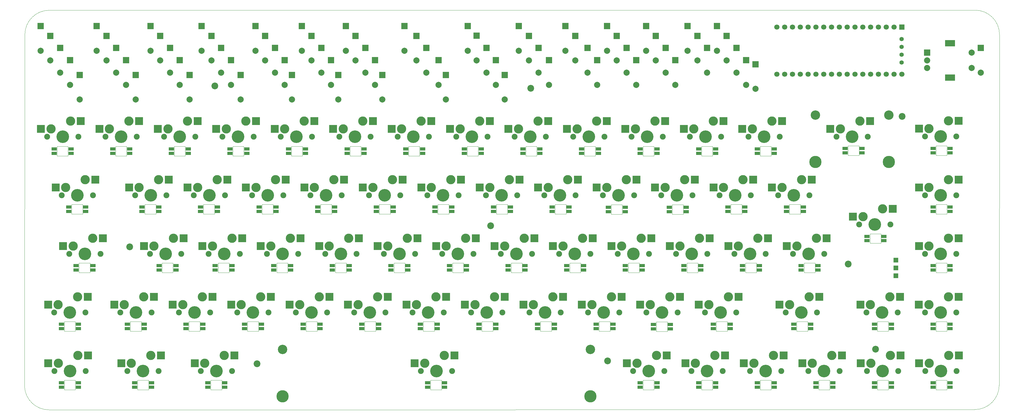
<source format=gbs>
G04 #@! TF.GenerationSoftware,KiCad,Pcbnew,(6.0.1)*
G04 #@! TF.CreationDate,2022-01-16T22:01:57-06:00*
G04 #@! TF.ProjectId,stain,73746169-6e2e-46b6-9963-61645f706362,rev?*
G04 #@! TF.SameCoordinates,Original*
G04 #@! TF.FileFunction,Soldermask,Bot*
G04 #@! TF.FilePolarity,Negative*
%FSLAX46Y46*%
G04 Gerber Fmt 4.6, Leading zero omitted, Abs format (unit mm)*
G04 Created by KiCad (PCBNEW (6.0.1)) date 2022-01-16 22:01:57*
%MOMM*%
%LPD*%
G01*
G04 APERTURE LIST*
G04 #@! TA.AperFunction,Profile*
%ADD10C,0.100000*%
G04 #@! TD*
G04 #@! TA.AperFunction,Profile*
%ADD11C,0.120000*%
G04 #@! TD*
%ADD12R,2.000000X2.000000*%
%ADD13C,2.000000*%
%ADD14C,3.000000*%
%ADD15C,1.900000*%
%ADD16C,4.100000*%
%ADD17R,2.550000X2.500000*%
%ADD18C,2.200000*%
%ADD19C,3.987800*%
%ADD20C,3.048000*%
%ADD21R,3.200000X2.000000*%
%ADD22C,1.700000*%
%ADD23R,1.700000X1.700000*%
%ADD24C,1.397000*%
%ADD25R,1.700000X1.000000*%
%ADD26R,1.524000X1.524000*%
G04 APERTURE END LIST*
D10*
X24268170Y-15502478D02*
G75*
G03*
X16330670Y-23439978I0J-7937500D01*
G01*
X24163478Y-145433295D02*
X325153478Y-145338000D01*
X333195670Y-23411750D02*
G75*
G03*
X325282830Y-15474250I-7912840J24622D01*
G01*
X16225978Y-137852045D02*
G75*
G03*
X24163478Y-145433295I7937501J364621D01*
G01*
X333090978Y-137400500D02*
X333195670Y-23411750D01*
X325153478Y-145338000D02*
G75*
G03*
X333090978Y-137400500I0J7937500D01*
G01*
X16330670Y-23439978D02*
X16225978Y-137852045D01*
X24268170Y-15502478D02*
X325282830Y-15474250D01*
D11*
G04 #@! TO.C,LED8*
X316125000Y-62700000D02*
X312525000Y-62700000D01*
X316125000Y-59600000D02*
X316125000Y-62700000D01*
X312525000Y-59600000D02*
X316125000Y-59600000D01*
X312525000Y-62700000D02*
X312525000Y-59600000D01*
G04 #@! TO.C,LED23*
X154200000Y-81750000D02*
X150600000Y-81750000D01*
X150600000Y-78650000D02*
X154200000Y-78650000D01*
X154200000Y-78650000D02*
X154200000Y-81750000D01*
X150600000Y-81750000D02*
X150600000Y-78650000D01*
G04 #@! TO.C,LED17*
X35137500Y-81750000D02*
X31537500Y-81750000D01*
X31537500Y-81750000D02*
X31537500Y-78650000D01*
X31537500Y-78650000D02*
X35137500Y-78650000D01*
X35137500Y-78650000D02*
X35137500Y-81750000D01*
G04 #@! TO.C,LED33*
X254212500Y-97700000D02*
X254212500Y-100800000D01*
X250612500Y-100800000D02*
X250612500Y-97700000D01*
X250612500Y-97700000D02*
X254212500Y-97700000D01*
X254212500Y-100800000D02*
X250612500Y-100800000D01*
G04 #@! TO.C,LED45*
X32756250Y-116750000D02*
X32756250Y-119850000D01*
X32756250Y-119850000D02*
X29156250Y-119850000D01*
X29156250Y-116750000D02*
X32756250Y-116750000D01*
X29156250Y-119850000D02*
X29156250Y-116750000D01*
G04 #@! TO.C,LED42*
X82762500Y-100800000D02*
X79162500Y-100800000D01*
X79162500Y-97700000D02*
X82762500Y-97700000D01*
X82762500Y-97700000D02*
X82762500Y-100800000D01*
X79162500Y-100800000D02*
X79162500Y-97700000D01*
G04 #@! TO.C,LED15*
X141075000Y-59771250D02*
X144675000Y-59771250D01*
X141075000Y-62871250D02*
X141075000Y-59771250D01*
X144675000Y-59771250D02*
X144675000Y-62871250D01*
X144675000Y-62871250D02*
X141075000Y-62871250D01*
G04 #@! TO.C,LED30*
X291093750Y-88175000D02*
X294693750Y-88175000D01*
X294693750Y-88175000D02*
X294693750Y-91275000D01*
X294693750Y-91275000D02*
X291093750Y-91275000D01*
X291093750Y-91275000D02*
X291093750Y-88175000D01*
G04 #@! TO.C,LED12*
X83925000Y-62871250D02*
X83925000Y-59771250D01*
X87525000Y-62871250D02*
X83925000Y-62871250D01*
X87525000Y-59771250D02*
X87525000Y-62871250D01*
X83925000Y-59771250D02*
X87525000Y-59771250D01*
G04 #@! TO.C,LED55*
X221612500Y-116843750D02*
X225212500Y-116843750D01*
X225212500Y-119943750D02*
X221612500Y-119943750D01*
X221612500Y-119943750D02*
X221612500Y-116843750D01*
X225212500Y-116843750D02*
X225212500Y-119943750D01*
G04 #@! TO.C,LED37*
X178012500Y-97700000D02*
X178012500Y-100800000D01*
X178012500Y-100800000D02*
X174412500Y-100800000D01*
X174412500Y-100800000D02*
X174412500Y-97700000D01*
X174412500Y-97700000D02*
X178012500Y-97700000D01*
G04 #@! TO.C,LED44*
X33918750Y-100800000D02*
X33918750Y-97700000D01*
X33918750Y-97700000D02*
X37518750Y-97700000D01*
X37518750Y-97700000D02*
X37518750Y-100800000D01*
X37518750Y-100800000D02*
X33918750Y-100800000D01*
G04 #@! TO.C,LED36*
X193462500Y-97700000D02*
X197062500Y-97700000D01*
X197062500Y-100800000D02*
X193462500Y-100800000D01*
X197062500Y-97700000D02*
X197062500Y-100800000D01*
X193462500Y-100800000D02*
X193462500Y-97700000D01*
G04 #@! TO.C,LED50*
X126787500Y-116750000D02*
X130387500Y-116750000D01*
X130387500Y-116750000D02*
X130387500Y-119850000D01*
X130387500Y-119850000D02*
X126787500Y-119850000D01*
X126787500Y-119850000D02*
X126787500Y-116750000D01*
G04 #@! TO.C,LED53*
X187537500Y-116750000D02*
X187537500Y-119850000D01*
X183937500Y-116750000D02*
X187537500Y-116750000D01*
X187537500Y-119850000D02*
X183937500Y-119850000D01*
X183937500Y-119850000D02*
X183937500Y-116750000D01*
G04 #@! TO.C,LED49*
X111337500Y-116750000D02*
X111337500Y-119850000D01*
X107737500Y-119850000D02*
X107737500Y-116750000D01*
X107737500Y-116750000D02*
X111337500Y-116750000D01*
X111337500Y-119850000D02*
X107737500Y-119850000D01*
G04 #@! TO.C,LED32*
X273262500Y-100800000D02*
X269662500Y-100800000D01*
X273262500Y-97700000D02*
X273262500Y-100800000D01*
X269662500Y-100800000D02*
X269662500Y-97700000D01*
X269662500Y-97700000D02*
X273262500Y-97700000D01*
G04 #@! TO.C,LED11*
X64875000Y-59771250D02*
X68475000Y-59771250D01*
X68475000Y-62871250D02*
X64875000Y-62871250D01*
X64875000Y-62871250D02*
X64875000Y-59771250D01*
X68475000Y-59771250D02*
X68475000Y-62871250D01*
G04 #@! TO.C,LED40*
X120862500Y-100800000D02*
X117262500Y-100800000D01*
X117262500Y-100800000D02*
X117262500Y-97700000D01*
X117262500Y-97700000D02*
X120862500Y-97700000D01*
X120862500Y-97700000D02*
X120862500Y-100800000D01*
G04 #@! TO.C,LED31*
X312525000Y-97700000D02*
X316125000Y-97700000D01*
X312525000Y-100800000D02*
X312525000Y-97700000D01*
X316125000Y-97700000D02*
X316125000Y-100800000D01*
X316125000Y-100800000D02*
X312525000Y-100800000D01*
G04 #@! TO.C,LED34*
X231562500Y-97700000D02*
X235162500Y-97700000D01*
X235162500Y-100800000D02*
X231562500Y-100800000D01*
X235162500Y-97700000D02*
X235162500Y-100800000D01*
X231562500Y-100800000D02*
X231562500Y-97700000D01*
G04 #@! TO.C,LED13*
X102975000Y-62871250D02*
X102975000Y-59771250D01*
X106575000Y-62871250D02*
X102975000Y-62871250D01*
X106575000Y-59771250D02*
X106575000Y-62871250D01*
X102975000Y-59771250D02*
X106575000Y-59771250D01*
G04 #@! TO.C,LED58*
X297075000Y-119850000D02*
X293475000Y-119850000D01*
X293475000Y-116750000D02*
X297075000Y-116750000D01*
X293475000Y-119850000D02*
X293475000Y-116750000D01*
X297075000Y-116750000D02*
X297075000Y-119850000D01*
G04 #@! TO.C,LED29*
X264900000Y-81750000D02*
X264900000Y-78650000D01*
X268500000Y-78650000D02*
X268500000Y-81750000D01*
X264900000Y-78650000D02*
X268500000Y-78650000D01*
X268500000Y-81750000D02*
X264900000Y-81750000D01*
G04 #@! TO.C,LED65*
X239925000Y-135800000D02*
X239925000Y-138900000D01*
X236325000Y-135800000D02*
X239925000Y-135800000D01*
X239925000Y-138900000D02*
X236325000Y-138900000D01*
X236325000Y-138900000D02*
X236325000Y-135800000D01*
G04 #@! TO.C,LED48*
X92287500Y-119850000D02*
X88687500Y-119850000D01*
X88687500Y-116750000D02*
X92287500Y-116750000D01*
X92287500Y-116750000D02*
X92287500Y-119850000D01*
X88687500Y-119850000D02*
X88687500Y-116750000D01*
G04 #@! TO.C,LED16*
X312525000Y-81750000D02*
X312525000Y-78650000D01*
X316125000Y-78650000D02*
X316125000Y-81750000D01*
X312525000Y-78650000D02*
X316125000Y-78650000D01*
X316125000Y-81750000D02*
X312525000Y-81750000D01*
G04 #@! TO.C,LED19*
X78000000Y-81750000D02*
X74400000Y-81750000D01*
X74400000Y-78650000D02*
X78000000Y-78650000D01*
X78000000Y-78650000D02*
X78000000Y-81750000D01*
X74400000Y-81750000D02*
X74400000Y-78650000D01*
G04 #@! TO.C,LED2*
X182775000Y-59771250D02*
X182775000Y-62871250D01*
X182775000Y-62871250D02*
X179175000Y-62871250D01*
X179175000Y-62871250D02*
X179175000Y-59771250D01*
X179175000Y-59771250D02*
X182775000Y-59771250D01*
G04 #@! TO.C,LED5*
X239925000Y-59771250D02*
X239925000Y-62871250D01*
X236325000Y-59771250D02*
X239925000Y-59771250D01*
X236325000Y-62871250D02*
X236325000Y-59771250D01*
X239925000Y-62871250D02*
X236325000Y-62871250D01*
G04 #@! TO.C,LED43*
X64506250Y-100800000D02*
X60906250Y-100800000D01*
X64506250Y-97700000D02*
X64506250Y-100800000D01*
X60906250Y-100800000D02*
X60906250Y-97700000D01*
X60906250Y-97700000D02*
X64506250Y-97700000D01*
G04 #@! TO.C,LED6*
X258975000Y-59771250D02*
X258975000Y-62871250D01*
X255375000Y-59771250D02*
X258975000Y-59771250D01*
X258975000Y-62871250D02*
X255375000Y-62871250D01*
X255375000Y-62871250D02*
X255375000Y-59771250D01*
G04 #@! TO.C,LED14*
X125625000Y-59771250D02*
X125625000Y-62871250D01*
X122025000Y-59771250D02*
X125625000Y-59771250D01*
X125625000Y-62871250D02*
X122025000Y-62871250D01*
X122025000Y-62871250D02*
X122025000Y-59771250D01*
G04 #@! TO.C,LED66*
X258975000Y-135800000D02*
X258975000Y-138900000D01*
X258975000Y-138900000D02*
X255375000Y-138900000D01*
X255375000Y-135800000D02*
X258975000Y-135800000D01*
X255375000Y-138900000D02*
X255375000Y-135800000D01*
G04 #@! TO.C,LED28*
X249450000Y-78650000D02*
X249450000Y-81750000D01*
X245850000Y-78650000D02*
X249450000Y-78650000D01*
X245850000Y-81750000D02*
X245850000Y-78650000D01*
X249450000Y-81750000D02*
X245850000Y-81750000D01*
G04 #@! TO.C,LED4*
X217275000Y-59771250D02*
X220875000Y-59771250D01*
X220875000Y-59771250D02*
X220875000Y-62871250D01*
X217275000Y-62871250D02*
X217275000Y-59771250D01*
X220875000Y-62871250D02*
X217275000Y-62871250D01*
G04 #@! TO.C,LED10*
X45825000Y-59771250D02*
X49425000Y-59771250D01*
X49425000Y-62871250D02*
X45825000Y-62871250D01*
X49425000Y-59771250D02*
X49425000Y-62871250D01*
X45825000Y-62871250D02*
X45825000Y-59771250D01*
G04 #@! TO.C,LED22*
X131550000Y-78650000D02*
X135150000Y-78650000D01*
X135150000Y-78650000D02*
X135150000Y-81750000D01*
X135150000Y-81750000D02*
X131550000Y-81750000D01*
X131550000Y-81750000D02*
X131550000Y-78650000D01*
G04 #@! TO.C,LED60*
X29156250Y-138900000D02*
X29156250Y-135800000D01*
X32756250Y-138900000D02*
X29156250Y-138900000D01*
X29156250Y-135800000D02*
X32756250Y-135800000D01*
X32756250Y-135800000D02*
X32756250Y-138900000D01*
G04 #@! TO.C,LED7*
X283950000Y-62700000D02*
X283950000Y-59600000D01*
X283950000Y-59600000D02*
X287550000Y-59600000D01*
X287550000Y-59600000D02*
X287550000Y-62700000D01*
X287550000Y-62700000D02*
X283950000Y-62700000D01*
G04 #@! TO.C,LED21*
X112500000Y-78650000D02*
X116100000Y-78650000D01*
X116100000Y-81750000D02*
X112500000Y-81750000D01*
X112500000Y-81750000D02*
X112500000Y-78650000D01*
X116100000Y-78650000D02*
X116100000Y-81750000D01*
G04 #@! TO.C,LED51*
X145837500Y-119850000D02*
X145837500Y-116750000D01*
X145837500Y-116750000D02*
X149437500Y-116750000D01*
X149437500Y-119850000D02*
X145837500Y-119850000D01*
X149437500Y-116750000D02*
X149437500Y-119850000D01*
G04 #@! TO.C,LED62*
X76781250Y-135800000D02*
X80381250Y-135800000D01*
X80381250Y-135800000D02*
X80381250Y-138900000D01*
X80381250Y-138900000D02*
X76781250Y-138900000D01*
X76781250Y-138900000D02*
X76781250Y-135800000D01*
G04 #@! TO.C,LED61*
X52968750Y-135800000D02*
X56568750Y-135800000D01*
X56568750Y-138900000D02*
X52968750Y-138900000D01*
X56568750Y-135800000D02*
X56568750Y-138900000D01*
X52968750Y-138900000D02*
X52968750Y-135800000D01*
G04 #@! TO.C,LED25*
X192300000Y-78650000D02*
X192300000Y-81750000D01*
X192300000Y-81750000D02*
X188700000Y-81750000D01*
X188700000Y-78650000D02*
X192300000Y-78650000D01*
X188700000Y-81750000D02*
X188700000Y-78650000D01*
G04 #@! TO.C,LED27*
X226800000Y-81843750D02*
X226800000Y-78743750D01*
X230400000Y-81843750D02*
X226800000Y-81843750D01*
X226800000Y-78743750D02*
X230400000Y-78743750D01*
X230400000Y-78743750D02*
X230400000Y-81843750D01*
G04 #@! TO.C,LED63*
X151818750Y-135800000D02*
X151818750Y-138900000D01*
X148218750Y-138900000D02*
X148218750Y-135800000D01*
X151818750Y-138900000D02*
X148218750Y-138900000D01*
X148218750Y-135800000D02*
X151818750Y-135800000D01*
G04 #@! TO.C,LED38*
X155362500Y-100800000D02*
X155362500Y-97700000D01*
X155362500Y-97700000D02*
X158962500Y-97700000D01*
X158962500Y-97700000D02*
X158962500Y-100800000D01*
X158962500Y-100800000D02*
X155362500Y-100800000D01*
G04 #@! TO.C,LED46*
X54187500Y-119850000D02*
X50587500Y-119850000D01*
X54187500Y-116750000D02*
X54187500Y-119850000D01*
X50587500Y-119850000D02*
X50587500Y-116750000D01*
X50587500Y-116750000D02*
X54187500Y-116750000D01*
G04 #@! TO.C,LED35*
X212512500Y-97700000D02*
X216112500Y-97700000D01*
X212512500Y-100800000D02*
X212512500Y-97700000D01*
X216112500Y-100800000D02*
X212512500Y-100800000D01*
X216112500Y-97700000D02*
X216112500Y-100800000D01*
G04 #@! TO.C,LED1*
X163725000Y-62871250D02*
X160125000Y-62871250D01*
X163725000Y-59771250D02*
X163725000Y-62871250D01*
X160125000Y-59771250D02*
X163725000Y-59771250D01*
X160125000Y-62871250D02*
X160125000Y-59771250D01*
G04 #@! TO.C,LED59*
X316125000Y-116750000D02*
X316125000Y-119850000D01*
X312525000Y-119850000D02*
X312525000Y-116750000D01*
X316125000Y-119850000D02*
X312525000Y-119850000D01*
X312525000Y-116750000D02*
X316125000Y-116750000D01*
G04 #@! TO.C,LED41*
X98212500Y-97700000D02*
X101812500Y-97700000D01*
X98212500Y-100800000D02*
X98212500Y-97700000D01*
X101812500Y-97700000D02*
X101812500Y-100800000D01*
X101812500Y-100800000D02*
X98212500Y-100800000D01*
G04 #@! TO.C,LED47*
X73237500Y-116750000D02*
X73237500Y-119850000D01*
X69637500Y-116750000D02*
X73237500Y-116750000D01*
X73237500Y-119850000D02*
X69637500Y-119850000D01*
X69637500Y-119850000D02*
X69637500Y-116750000D01*
G04 #@! TO.C,LED26*
X206956250Y-78743750D02*
X210556250Y-78743750D01*
X206956250Y-81843750D02*
X206956250Y-78743750D01*
X210556250Y-81843750D02*
X206956250Y-81843750D01*
X210556250Y-78743750D02*
X210556250Y-81843750D01*
G04 #@! TO.C,LED69*
X316125000Y-138900000D02*
X312525000Y-138900000D01*
X312525000Y-135800000D02*
X316125000Y-135800000D01*
X312525000Y-138900000D02*
X312525000Y-135800000D01*
X316125000Y-135800000D02*
X316125000Y-138900000D01*
G04 #@! TO.C,LED24*
X173250000Y-78650000D02*
X173250000Y-81750000D01*
X169650000Y-78650000D02*
X173250000Y-78650000D01*
X169650000Y-81750000D02*
X169650000Y-78650000D01*
X173250000Y-81750000D02*
X169650000Y-81750000D01*
G04 #@! TO.C,LED54*
X202987500Y-119850000D02*
X202987500Y-116750000D01*
X202987500Y-116750000D02*
X206587500Y-116750000D01*
X206587500Y-116750000D02*
X206587500Y-119850000D01*
X206587500Y-119850000D02*
X202987500Y-119850000D01*
G04 #@! TO.C,LED9*
X26775000Y-59771250D02*
X30375000Y-59771250D01*
X30375000Y-59771250D02*
X30375000Y-62871250D01*
X30375000Y-62871250D02*
X26775000Y-62871250D01*
X26775000Y-62871250D02*
X26775000Y-59771250D01*
G04 #@! TO.C,LED20*
X93450000Y-78650000D02*
X97050000Y-78650000D01*
X93450000Y-81750000D02*
X93450000Y-78650000D01*
X97050000Y-78650000D02*
X97050000Y-81750000D01*
X97050000Y-81750000D02*
X93450000Y-81750000D01*
G04 #@! TO.C,LED64*
X220875000Y-135800000D02*
X220875000Y-138900000D01*
X220875000Y-138900000D02*
X217275000Y-138900000D01*
X217275000Y-135800000D02*
X220875000Y-135800000D01*
X217275000Y-138900000D02*
X217275000Y-135800000D01*
G04 #@! TO.C,LED18*
X55350000Y-81750000D02*
X55350000Y-78650000D01*
X58950000Y-78650000D02*
X58950000Y-81750000D01*
X55350000Y-78650000D02*
X58950000Y-78650000D01*
X58950000Y-81750000D02*
X55350000Y-81750000D01*
G04 #@! TO.C,LED3*
X201825000Y-62871250D02*
X198225000Y-62871250D01*
X198225000Y-59771250D02*
X201825000Y-59771250D01*
X201825000Y-59771250D02*
X201825000Y-62871250D01*
X198225000Y-62871250D02*
X198225000Y-59771250D01*
G04 #@! TO.C,LED67*
X278025000Y-135800000D02*
X278025000Y-138900000D01*
X278025000Y-138900000D02*
X274425000Y-138900000D01*
X274425000Y-135800000D02*
X278025000Y-135800000D01*
X274425000Y-138900000D02*
X274425000Y-135800000D01*
G04 #@! TO.C,LED39*
X136312500Y-97700000D02*
X139912500Y-97700000D01*
X139912500Y-97700000D02*
X139912500Y-100800000D01*
X139912500Y-100800000D02*
X136312500Y-100800000D01*
X136312500Y-100800000D02*
X136312500Y-97700000D01*
G04 #@! TO.C,LED68*
X293475000Y-138900000D02*
X293475000Y-135800000D01*
X297075000Y-135800000D02*
X297075000Y-138900000D01*
X293475000Y-135800000D02*
X297075000Y-135800000D01*
X297075000Y-138900000D02*
X293475000Y-138900000D01*
G04 #@! TO.C,LED56*
X241087500Y-119850000D02*
X241087500Y-116750000D01*
X244687500Y-119850000D02*
X241087500Y-119850000D01*
X241087500Y-116750000D02*
X244687500Y-116750000D01*
X244687500Y-116750000D02*
X244687500Y-119850000D01*
G04 #@! TO.C,LED52*
X164887500Y-119850000D02*
X164887500Y-116750000D01*
X168487500Y-116750000D02*
X168487500Y-119850000D01*
X164887500Y-116750000D02*
X168487500Y-116750000D01*
X168487500Y-119850000D02*
X164887500Y-119850000D01*
G04 #@! TO.C,LED57*
X270881250Y-116750000D02*
X270881250Y-119850000D01*
X267281250Y-119850000D02*
X267281250Y-116750000D01*
X267281250Y-116750000D02*
X270881250Y-116750000D01*
X270881250Y-119850000D02*
X267281250Y-119850000D01*
G04 #@! TD*
D12*
G04 #@! TO.C,D14*
X238125000Y-27781250D03*
D13*
X238125000Y-35781250D03*
G04 #@! TD*
D14*
G04 #@! TO.C,SW8*
X164180750Y-51528750D03*
X157830750Y-54068750D03*
D15*
X166720750Y-56608750D03*
D16*
X161640750Y-56608750D03*
D15*
X156560750Y-56608750D03*
D17*
X154555750Y-54068750D03*
X167482750Y-51528750D03*
G04 #@! TD*
D12*
G04 #@! TO.C,D61*
X52387500Y-36512500D03*
D13*
X52387500Y-44512500D03*
G04 #@! TD*
D12*
G04 #@! TO.C,D23*
X143668750Y-23812500D03*
D13*
X143668750Y-31812500D03*
G04 #@! TD*
D16*
G04 #@! TO.C,SW21*
X133292750Y-75658750D03*
D15*
X138372750Y-75658750D03*
D14*
X135832750Y-70578750D03*
X129482750Y-73118750D03*
D15*
X128212750Y-75658750D03*
D17*
X126207750Y-73118750D03*
X139134750Y-70578750D03*
G04 #@! TD*
D14*
G04 #@! TO.C,SW34*
X102658750Y-89628750D03*
D15*
X95038750Y-94708750D03*
D16*
X100118750Y-94708750D03*
D15*
X105198750Y-94708750D03*
D14*
X96308750Y-92168750D03*
D17*
X93033750Y-92168750D03*
X105960750Y-89628750D03*
G04 #@! TD*
D15*
G04 #@! TO.C,SW15*
X309006750Y-56562750D03*
D14*
X316626750Y-51482750D03*
D15*
X319166750Y-56562750D03*
D14*
X310276750Y-54022750D03*
D16*
X314086750Y-56562750D03*
D17*
X307001750Y-54022750D03*
X319928750Y-51482750D03*
G04 #@! TD*
D15*
G04 #@! TO.C,SW60*
X155225750Y-132809750D03*
D14*
X146335750Y-130269750D03*
X152685750Y-127729750D03*
D16*
X150145750Y-132809750D03*
D15*
X145065750Y-132809750D03*
D17*
X143060750Y-130269750D03*
X155987750Y-127729750D03*
G04 #@! TD*
D14*
G04 #@! TO.C,SW49*
X112022750Y-108679750D03*
D15*
X104402750Y-113759750D03*
D16*
X109482750Y-113759750D03*
D14*
X105672750Y-111219750D03*
D15*
X114562750Y-113759750D03*
D17*
X102397750Y-111219750D03*
X115324750Y-108679750D03*
G04 #@! TD*
D14*
G04 #@! TO.C,SW26*
X224482750Y-73118750D03*
D15*
X233372750Y-75658750D03*
D16*
X228292750Y-75658750D03*
D15*
X223212750Y-75658750D03*
D14*
X230832750Y-70578750D03*
D17*
X221207750Y-73118750D03*
X234134750Y-70578750D03*
G04 #@! TD*
D12*
G04 #@! TO.C,D36*
X112712500Y-27781250D03*
D13*
X112712500Y-35781250D03*
G04 #@! TD*
D12*
G04 #@! TO.C,D4*
X73818750Y-20637500D03*
D13*
X73818750Y-28637500D03*
G04 #@! TD*
D18*
G04 #@! TO.C,REF\u002A\u002A*
X167790500Y-85578250D03*
G04 #@! TD*
D12*
G04 #@! TO.C,D10*
X176942750Y-20637500D03*
D13*
X176942750Y-28637500D03*
G04 #@! TD*
D15*
G04 #@! TO.C,SW57*
X273843750Y-113759750D03*
D14*
X264953750Y-111219750D03*
D15*
X263683750Y-113759750D03*
D16*
X268763750Y-113759750D03*
D14*
X271303750Y-108679750D03*
D17*
X261678750Y-111219750D03*
X274605750Y-108679750D03*
G04 #@! TD*
D12*
G04 #@! TO.C,D24*
X163226750Y-23780750D03*
D13*
X163226750Y-31780750D03*
G04 #@! TD*
D12*
G04 #@! TO.C,D63*
X86518750Y-36512500D03*
D13*
X86518750Y-44512500D03*
G04 #@! TD*
D19*
G04 #@! TO.C,REF\u002A\u002A*
X200145750Y-141064750D03*
X100145750Y-141064750D03*
D20*
X100145750Y-125824750D03*
X200145750Y-125824750D03*
G04 #@! TD*
D15*
G04 #@! TO.C,SW27*
X252372750Y-75658750D03*
D14*
X249832750Y-70578750D03*
D16*
X247292750Y-75658750D03*
D15*
X242212750Y-75658750D03*
D14*
X243482750Y-73118750D03*
D17*
X240207750Y-73118750D03*
X253134750Y-70578750D03*
G04 #@! TD*
D15*
G04 #@! TO.C,SW3*
X61560750Y-56608750D03*
D14*
X69180750Y-51528750D03*
X62830750Y-54068750D03*
D16*
X66640750Y-56608750D03*
D15*
X71720750Y-56608750D03*
D17*
X59555750Y-54068750D03*
X72482750Y-51528750D03*
G04 #@! TD*
D12*
G04 #@! TO.C,D2*
X39687500Y-20637500D03*
D13*
X39687500Y-28637500D03*
G04 #@! TD*
D12*
G04 #@! TO.C,D15*
X241300000Y-20637500D03*
D13*
X241300000Y-28637500D03*
G04 #@! TD*
D12*
G04 #@! TO.C,D3*
X57150000Y-20637500D03*
D13*
X57150000Y-28637500D03*
G04 #@! TD*
D14*
G04 #@! TO.C,SW28*
X262482750Y-73118750D03*
X268832750Y-70578750D03*
D16*
X266292750Y-75658750D03*
D15*
X271372750Y-75658750D03*
X261212750Y-75658750D03*
D17*
X259207750Y-73118750D03*
X272134750Y-70578750D03*
G04 #@! TD*
D12*
G04 #@! TO.C,D30*
X244475000Y-23812500D03*
D13*
X244475000Y-31812500D03*
G04 #@! TD*
D16*
G04 #@! TO.C,SW54*
X204482750Y-113759750D03*
D14*
X207022750Y-108679750D03*
D15*
X199402750Y-113759750D03*
X209562750Y-113759750D03*
D14*
X200672750Y-111219750D03*
D17*
X197397750Y-111219750D03*
X210324750Y-108679750D03*
G04 #@! TD*
D18*
G04 #@! TO.C,REF\u002A\u002A*
X50442500Y-92436250D03*
G04 #@! TD*
D12*
G04 #@! TO.C,D49*
X100806250Y-31750000D03*
D13*
X100806250Y-39750000D03*
G04 #@! TD*
D12*
G04 #@! TO.C,D25*
X180181250Y-23812500D03*
D13*
X180181250Y-31812500D03*
G04 #@! TD*
D12*
G04 #@! TO.C,D7*
X120650000Y-20637500D03*
D13*
X120650000Y-28637500D03*
G04 #@! TD*
D14*
G04 #@! TO.C,SW53*
X188022750Y-108679750D03*
D15*
X180402750Y-113759750D03*
D16*
X185482750Y-113759750D03*
D14*
X181672750Y-111219750D03*
D15*
X190562750Y-113759750D03*
D17*
X178397750Y-111219750D03*
X191324750Y-108679750D03*
G04 #@! TD*
D12*
G04 #@! TO.C,D68*
X172370750Y-36512500D03*
D13*
X172370750Y-44512500D03*
G04 #@! TD*
D16*
G04 #@! TO.C,SW23*
X171292750Y-75658750D03*
D15*
X176372750Y-75658750D03*
X166212750Y-75658750D03*
D14*
X167482750Y-73118750D03*
X173832750Y-70578750D03*
D17*
X164207750Y-73118750D03*
X177134750Y-70578750D03*
G04 #@! TD*
D12*
G04 #@! TO.C,D69*
X253904750Y-33051750D03*
D13*
X253904750Y-41051750D03*
G04 #@! TD*
D21*
G04 #@! TO.C,SW70*
X317123847Y-37381250D03*
X317123847Y-26181250D03*
D12*
X309623847Y-29281250D03*
D13*
X309623847Y-34281250D03*
X309623847Y-31781250D03*
X324123847Y-34281250D03*
X324123847Y-29281250D03*
G04 #@! TD*
D15*
G04 #@! TO.C,SW6*
X128720750Y-56608750D03*
X118560750Y-56608750D03*
D14*
X126180750Y-51528750D03*
D16*
X123640750Y-56608750D03*
D14*
X119830750Y-54068750D03*
D17*
X116555750Y-54068750D03*
X129482750Y-51528750D03*
G04 #@! TD*
D14*
G04 #@! TO.C,SW51*
X150022750Y-108679750D03*
D15*
X142402750Y-113759750D03*
X152562750Y-113759750D03*
D14*
X143672750Y-111219750D03*
D16*
X147482750Y-113759750D03*
D17*
X140397750Y-111219750D03*
X153324750Y-108679750D03*
G04 #@! TD*
D16*
G04 #@! TO.C,SW61*
X219153750Y-132808750D03*
D14*
X221693750Y-127728750D03*
D15*
X214073750Y-132808750D03*
X224233750Y-132808750D03*
D14*
X215343750Y-130268750D03*
D17*
X212068750Y-130268750D03*
X224995750Y-127728750D03*
G04 #@! TD*
D12*
G04 #@! TO.C,D18*
X60325000Y-23812500D03*
D13*
X60325000Y-31812500D03*
G04 #@! TD*
D15*
G04 #@! TO.C,SW19*
X90212750Y-75658750D03*
D16*
X95292750Y-75658750D03*
D15*
X100372750Y-75658750D03*
D14*
X91482750Y-73118750D03*
X97832750Y-70578750D03*
D17*
X88207750Y-73118750D03*
X101134750Y-70578750D03*
G04 #@! TD*
D12*
G04 #@! TO.C,D52*
X150812500Y-31750000D03*
D13*
X150812500Y-39750000D03*
G04 #@! TD*
D12*
G04 #@! TO.C,D32*
X46037500Y-27781250D03*
D13*
X46037500Y-35781250D03*
G04 #@! TD*
D15*
G04 #@! TO.C,SW32*
X67198750Y-94708750D03*
D14*
X64658750Y-89628750D03*
D16*
X62118750Y-94708750D03*
D14*
X58308750Y-92168750D03*
D15*
X57038750Y-94708750D03*
D17*
X55033750Y-92168750D03*
X67960750Y-89628750D03*
G04 #@! TD*
D15*
G04 #@! TO.C,SW46*
X47402750Y-113759750D03*
D14*
X55022750Y-108679750D03*
X48672750Y-111219750D03*
D16*
X52482750Y-113759750D03*
D15*
X57562750Y-113759750D03*
D17*
X45397750Y-111219750D03*
X58324750Y-108679750D03*
G04 #@! TD*
D15*
G04 #@! TO.C,SW17*
X52212750Y-75658750D03*
D14*
X53482750Y-73118750D03*
X59832750Y-70578750D03*
D15*
X62372750Y-75658750D03*
D16*
X57292750Y-75658750D03*
D17*
X50207750Y-73118750D03*
X63134750Y-70578750D03*
G04 #@! TD*
D12*
G04 #@! TO.C,D56*
X215106250Y-31750000D03*
D13*
X215106250Y-39750000D03*
G04 #@! TD*
D12*
G04 #@! TO.C,D37*
X127000000Y-27781250D03*
D13*
X127000000Y-35781250D03*
G04 #@! TD*
D18*
G04 #@! TO.C,REF\u002A\u002A*
X91844500Y-130409250D03*
G04 #@! TD*
D12*
G04 #@! TO.C,D5*
X91281250Y-20637500D03*
D13*
X91281250Y-28637500D03*
G04 #@! TD*
D16*
G04 #@! TO.C,SW29*
X314086750Y-94708750D03*
D15*
X319166750Y-94708750D03*
D14*
X316626750Y-89628750D03*
D15*
X309006750Y-94708750D03*
D14*
X310276750Y-92168750D03*
D17*
X307001750Y-92168750D03*
X319928750Y-89628750D03*
G04 #@! TD*
D14*
G04 #@! TO.C,SW64*
X272343750Y-130268750D03*
D15*
X271073750Y-132808750D03*
D16*
X276153750Y-132808750D03*
D15*
X281233750Y-132808750D03*
D14*
X278693750Y-127728750D03*
D17*
X269068750Y-130268750D03*
X281995750Y-127728750D03*
G04 #@! TD*
D16*
G04 #@! TO.C,SW45*
X30956250Y-113759750D03*
D15*
X36036250Y-113759750D03*
D14*
X27146250Y-111219750D03*
X33496250Y-108679750D03*
D15*
X25876250Y-113759750D03*
D17*
X23871250Y-111219750D03*
X36798250Y-108679750D03*
G04 #@! TD*
D20*
G04 #@! TO.C,REF\u002A\u002A*
X297195750Y-49623750D03*
D19*
X273319750Y-64863750D03*
D20*
X273319750Y-49623750D03*
D19*
X297195750Y-64863750D03*
G04 #@! TD*
D14*
G04 #@! TO.C,SW62*
X234343750Y-130268750D03*
D16*
X238153750Y-132808750D03*
D15*
X243233750Y-132808750D03*
X233073750Y-132808750D03*
D14*
X240693750Y-127728750D03*
D17*
X231068750Y-130268750D03*
X243995750Y-127728750D03*
G04 #@! TD*
D12*
G04 #@! TO.C,D39*
X166401750Y-27781250D03*
D13*
X166401750Y-35781250D03*
G04 #@! TD*
D12*
G04 #@! TO.C,D16*
X24606250Y-23812500D03*
D13*
X24606250Y-31812500D03*
G04 #@! TD*
D14*
G04 #@! TO.C,SW16*
X29606750Y-73118750D03*
D15*
X38496750Y-75658750D03*
D16*
X33416750Y-75658750D03*
D15*
X28336750Y-75658750D03*
D14*
X35956750Y-70578750D03*
D17*
X26331750Y-73118750D03*
X39258750Y-70578750D03*
G04 #@! TD*
D18*
G04 #@! TO.C,REF\u002A\u002A*
X292885500Y-125710250D03*
G04 #@! TD*
D15*
G04 #@! TO.C,SW11*
X223720750Y-56608750D03*
D14*
X221180750Y-51528750D03*
D15*
X213560750Y-56608750D03*
D16*
X218640750Y-56608750D03*
D14*
X214830750Y-54068750D03*
D17*
X211555750Y-54068750D03*
X224482750Y-51528750D03*
G04 #@! TD*
D12*
G04 #@! TO.C,D64*
X103187500Y-36512500D03*
D13*
X103187500Y-44512500D03*
G04 #@! TD*
D12*
G04 #@! TO.C,D62*
X69850000Y-36512500D03*
D13*
X69850000Y-44512500D03*
G04 #@! TD*
D12*
G04 #@! TO.C,D34*
X80168750Y-27781250D03*
D13*
X80168750Y-35781250D03*
G04 #@! TD*
D12*
G04 #@! TO.C,D55*
X202406250Y-31750000D03*
D13*
X202406250Y-39750000D03*
G04 #@! TD*
D14*
G04 #@! TO.C,SW40*
X210308750Y-92168750D03*
D15*
X209038750Y-94708750D03*
X219198750Y-94708750D03*
D14*
X216658750Y-89628750D03*
D16*
X214118750Y-94708750D03*
D17*
X207033750Y-92168750D03*
X219960750Y-89628750D03*
G04 #@! TD*
D18*
G04 #@! TO.C,REF\u002A\u002A*
X78128500Y-40112250D03*
G04 #@! TD*
D12*
G04 #@! TO.C,D67*
X153193750Y-36512500D03*
D13*
X153193750Y-44512500D03*
G04 #@! TD*
D12*
G04 #@! TO.C,D29*
X247650000Y-27781250D03*
D13*
X247650000Y-35781250D03*
G04 #@! TD*
D22*
G04 #@! TO.C,U1*
X286208250Y-21011250D03*
X283668250Y-21011250D03*
X263348250Y-36267250D03*
X281128250Y-21011250D03*
X278588250Y-21011250D03*
X288748250Y-36267250D03*
X276048250Y-21011250D03*
X273508250Y-21011250D03*
X270968250Y-21011250D03*
X268428250Y-21011250D03*
X265888250Y-21011250D03*
X263348250Y-21011250D03*
X260808250Y-21011250D03*
X260808250Y-36267250D03*
X268428250Y-36267250D03*
X270968250Y-36267250D03*
X273508250Y-36267250D03*
X276048250Y-36267250D03*
X278588250Y-36267250D03*
X281128250Y-36267250D03*
X265888250Y-36267250D03*
X293828250Y-36267250D03*
X288748250Y-21011250D03*
X298908250Y-36267250D03*
D23*
X301448250Y-21011250D03*
D22*
X286208250Y-36267250D03*
X283668250Y-36267250D03*
X291288250Y-36267250D03*
X291288250Y-21011250D03*
X293828250Y-21011250D03*
X301448250Y-36267250D03*
X298908250Y-21011250D03*
X296368250Y-21011250D03*
X296368250Y-36267250D03*
G04 #@! TD*
D12*
G04 #@! TO.C,D60*
X34131250Y-36512500D03*
D13*
X34131250Y-44512500D03*
G04 #@! TD*
D14*
G04 #@! TO.C,SW33*
X77308750Y-92168750D03*
D16*
X81118750Y-94708750D03*
D14*
X83658750Y-89628750D03*
D15*
X86198750Y-94708750D03*
X76038750Y-94708750D03*
D17*
X74033750Y-92168750D03*
X86960750Y-89628750D03*
G04 #@! TD*
D12*
G04 #@! TO.C,D65*
X118268750Y-36512500D03*
D13*
X118268750Y-44512500D03*
G04 #@! TD*
D15*
G04 #@! TO.C,SW30*
X319166750Y-75658750D03*
D14*
X310276750Y-73118750D03*
D15*
X309006750Y-75658750D03*
D16*
X314086750Y-75658750D03*
D14*
X316626750Y-70578750D03*
D17*
X307001750Y-73118750D03*
X319928750Y-70578750D03*
G04 #@! TD*
D12*
G04 #@! TO.C,D33*
X63500000Y-27781250D03*
D13*
X63500000Y-35781250D03*
G04 #@! TD*
D15*
G04 #@! TO.C,SW24*
X185212750Y-75658750D03*
D14*
X192832750Y-70578750D03*
D16*
X190292750Y-75658750D03*
D15*
X195372750Y-75658750D03*
D14*
X186482750Y-73118750D03*
D17*
X183207750Y-73118750D03*
X196134750Y-70578750D03*
G04 #@! TD*
D16*
G04 #@! TO.C,SW56*
X242482750Y-113759750D03*
D15*
X237402750Y-113759750D03*
X247562750Y-113759750D03*
D14*
X238672750Y-111219750D03*
X245022750Y-108679750D03*
D17*
X235397750Y-111219750D03*
X248324750Y-108679750D03*
G04 #@! TD*
D12*
G04 #@! TO.C,D48*
X83343750Y-31750000D03*
D13*
X83343750Y-39750000D03*
G04 #@! TD*
D14*
G04 #@! TO.C,SW10*
X202180750Y-51528750D03*
X195830750Y-54068750D03*
D16*
X199640750Y-56608750D03*
D15*
X204720750Y-56608750D03*
X194560750Y-56608750D03*
D17*
X192555750Y-54068750D03*
X205482750Y-51528750D03*
G04 #@! TD*
D16*
G04 #@! TO.C,SW13*
X256640750Y-56608750D03*
D14*
X259180750Y-51528750D03*
D15*
X261720750Y-56608750D03*
X251560750Y-56608750D03*
D14*
X252830750Y-54068750D03*
D17*
X249555750Y-54068750D03*
X262482750Y-51528750D03*
G04 #@! TD*
D12*
G04 #@! TO.C,D1*
X21431250Y-20637500D03*
D13*
X21431250Y-28637500D03*
G04 #@! TD*
D12*
G04 #@! TO.C,D47*
X66675000Y-31750000D03*
D13*
X66675000Y-39750000D03*
G04 #@! TD*
D14*
G04 #@! TO.C,SW55*
X226022750Y-108679750D03*
D15*
X228562750Y-113759750D03*
X218402750Y-113759750D03*
D16*
X223482750Y-113759750D03*
D14*
X219672750Y-111219750D03*
D17*
X216397750Y-111219750D03*
X229324750Y-108679750D03*
G04 #@! TD*
D12*
G04 #@! TO.C,D50*
X115887500Y-31750000D03*
D13*
X115887500Y-39750000D03*
G04 #@! TD*
D12*
G04 #@! TO.C,D41*
X199231250Y-27781250D03*
D13*
X199231250Y-35781250D03*
G04 #@! TD*
D12*
G04 #@! TO.C,D35*
X97631250Y-27781250D03*
D13*
X97631250Y-35781250D03*
G04 #@! TD*
D16*
G04 #@! TO.C,SW9*
X180640750Y-56608750D03*
D15*
X185720750Y-56608750D03*
D14*
X176830750Y-54068750D03*
X183180750Y-51528750D03*
D15*
X175560750Y-56608750D03*
D17*
X173555750Y-54068750D03*
X186482750Y-51528750D03*
G04 #@! TD*
D12*
G04 #@! TO.C,D13*
X218281250Y-20637500D03*
D13*
X218281250Y-28637500D03*
G04 #@! TD*
D12*
G04 #@! TO.C,D40*
X183356250Y-27781250D03*
D13*
X183356250Y-35781250D03*
G04 #@! TD*
D12*
G04 #@! TO.C,D22*
X123825000Y-23812500D03*
D13*
X123825000Y-31812500D03*
G04 #@! TD*
D12*
G04 #@! TO.C,D21*
X109537500Y-23812500D03*
D13*
X109537500Y-31812500D03*
G04 #@! TD*
D18*
G04 #@! TO.C,REF\u002A\u002A*
X301521500Y-50018250D03*
G04 #@! TD*
D12*
G04 #@! TO.C,D8*
X139700000Y-20637500D03*
D13*
X139700000Y-28637500D03*
G04 #@! TD*
D14*
G04 #@! TO.C,SW1*
X31158750Y-51538750D03*
X24808750Y-54078750D03*
D15*
X23538750Y-56618750D03*
D16*
X28618750Y-56618750D03*
D15*
X33698750Y-56618750D03*
D17*
X21533750Y-54078750D03*
X34460750Y-51538750D03*
G04 #@! TD*
D12*
G04 #@! TO.C,D28*
X221456250Y-23812500D03*
D13*
X221456250Y-31812500D03*
G04 #@! TD*
D12*
G04 #@! TO.C,D6*
X106362500Y-20637500D03*
D13*
X106362500Y-28637500D03*
G04 #@! TD*
D15*
G04 #@! TO.C,SW48*
X85402750Y-113759750D03*
D14*
X93022750Y-108679750D03*
X86672750Y-111219750D03*
D15*
X95562750Y-113759750D03*
D16*
X90482750Y-113759750D03*
D17*
X83397750Y-111219750D03*
X96324750Y-108679750D03*
G04 #@! TD*
D14*
G04 #@! TO.C,SW31*
X38361550Y-89604350D03*
X32011550Y-92144350D03*
D16*
X35821550Y-94684350D03*
D15*
X40901550Y-94684350D03*
X30741550Y-94684350D03*
D17*
X28736550Y-92144350D03*
X41663550Y-89604350D03*
G04 #@! TD*
D12*
G04 #@! TO.C,D11*
X192087500Y-20637500D03*
D13*
X192087500Y-28637500D03*
G04 #@! TD*
D12*
G04 #@! TO.C,D20*
X94456250Y-23812500D03*
D13*
X94456250Y-31812500D03*
G04 #@! TD*
D16*
G04 #@! TO.C,SW2*
X47640750Y-56608750D03*
D15*
X42560750Y-56608750D03*
X52720750Y-56608750D03*
D14*
X43830750Y-54068750D03*
X50180750Y-51528750D03*
D17*
X40555750Y-54068750D03*
X53482750Y-51528750D03*
G04 #@! TD*
D12*
G04 #@! TO.C,D51*
X130175000Y-31750000D03*
D13*
X130175000Y-39750000D03*
G04 #@! TD*
D12*
G04 #@! TO.C,D53*
X169449750Y-31750000D03*
D13*
X169449750Y-39750000D03*
G04 #@! TD*
D14*
G04 #@! TO.C,SW38*
X178658750Y-89628750D03*
D15*
X181198750Y-94708750D03*
X171038750Y-94708750D03*
D16*
X176118750Y-94708750D03*
D14*
X172308750Y-92168750D03*
D17*
X169033750Y-92168750D03*
X181960750Y-89628750D03*
G04 #@! TD*
D14*
G04 #@! TO.C,SW39*
X197658750Y-89628750D03*
D15*
X190038750Y-94708750D03*
D14*
X191308750Y-92168750D03*
D15*
X200198750Y-94708750D03*
D16*
X195118750Y-94708750D03*
D17*
X188033750Y-92168750D03*
X200960750Y-89628750D03*
G04 #@! TD*
D12*
G04 #@! TO.C,D12*
X205581250Y-20637500D03*
D13*
X205581250Y-28637500D03*
G04 #@! TD*
D24*
G04 #@! TO.C,OL1*
X301352750Y-32479750D03*
X301352750Y-29939750D03*
X301352750Y-27399750D03*
X301352750Y-24859750D03*
G04 #@! TD*
D12*
G04 #@! TO.C,D42*
X211931250Y-27781250D03*
D13*
X211931250Y-35781250D03*
G04 #@! TD*
D14*
G04 #@! TO.C,SW22*
X148482750Y-73118750D03*
D15*
X157372750Y-75658750D03*
D16*
X152292750Y-75658750D03*
D14*
X154832750Y-70578750D03*
D15*
X147212750Y-75658750D03*
D17*
X145207750Y-73118750D03*
X158134750Y-70578750D03*
G04 #@! TD*
D14*
G04 #@! TO.C,SW37*
X153308750Y-92168750D03*
D15*
X152038750Y-94708750D03*
D16*
X157118750Y-94708750D03*
D14*
X159658750Y-89628750D03*
D15*
X162198750Y-94708750D03*
D17*
X150033750Y-92168750D03*
X162960750Y-89628750D03*
G04 #@! TD*
D15*
G04 #@! TO.C,SW50*
X123402750Y-113759750D03*
D14*
X131022750Y-108679750D03*
D16*
X128482750Y-113759750D03*
D14*
X124672750Y-111219750D03*
D15*
X133562750Y-113759750D03*
D17*
X121397750Y-111219750D03*
X134324750Y-108679750D03*
G04 #@! TD*
D12*
G04 #@! TO.C,D54*
X186721750Y-31750000D03*
D13*
X186721750Y-39750000D03*
G04 #@! TD*
D15*
G04 #@! TO.C,SW66*
X319233750Y-132808750D03*
X309073750Y-132808750D03*
D14*
X316693750Y-127728750D03*
X310343750Y-130268750D03*
D16*
X314153750Y-132808750D03*
D17*
X307068750Y-130268750D03*
X319995750Y-127728750D03*
G04 #@! TD*
D18*
G04 #@! TO.C,REF\u002A\u002A*
X283995500Y-98024250D03*
G04 #@! TD*
D14*
G04 #@! TO.C,SW59*
X316592750Y-108679750D03*
D15*
X319132750Y-113759750D03*
X308972750Y-113759750D03*
D14*
X310242750Y-111219750D03*
D16*
X314052750Y-113759750D03*
D17*
X306967750Y-111219750D03*
X319894750Y-108679750D03*
G04 #@! TD*
D14*
G04 #@! TO.C,SW41*
X235658750Y-89628750D03*
D15*
X228038750Y-94708750D03*
D16*
X233118750Y-94708750D03*
D14*
X229308750Y-92168750D03*
D15*
X238198750Y-94708750D03*
D17*
X226033750Y-92168750D03*
X238960750Y-89628750D03*
G04 #@! TD*
D12*
G04 #@! TO.C,D58*
X234950000Y-23812500D03*
D13*
X234950000Y-31812500D03*
G04 #@! TD*
D12*
G04 #@! TO.C,D44*
X231775000Y-20637500D03*
D13*
X231775000Y-28637500D03*
G04 #@! TD*
D12*
G04 #@! TO.C,D57*
X227806250Y-31750000D03*
D13*
X227806250Y-39750000D03*
G04 #@! TD*
D12*
G04 #@! TO.C,D31*
X27781250Y-27781250D03*
D13*
X27781250Y-35781250D03*
G04 #@! TD*
D15*
G04 #@! TO.C,SW35*
X114038750Y-94708750D03*
X124198750Y-94708750D03*
D14*
X121658750Y-89628750D03*
X115308750Y-92168750D03*
D16*
X119118750Y-94708750D03*
D17*
X112033750Y-92168750D03*
X124960750Y-89628750D03*
G04 #@! TD*
D15*
G04 #@! TO.C,SW69*
X73564750Y-132808750D03*
D16*
X78644750Y-132808750D03*
D15*
X83724750Y-132808750D03*
D14*
X74834750Y-130268750D03*
X81184750Y-127728750D03*
D17*
X71559750Y-130268750D03*
X84486750Y-127728750D03*
G04 #@! TD*
D12*
G04 #@! TO.C,D26*
X195262500Y-23812500D03*
D13*
X195262500Y-31812500D03*
G04 #@! TD*
D12*
G04 #@! TO.C,D9*
X160305750Y-20637500D03*
D13*
X160305750Y-28637500D03*
G04 #@! TD*
D12*
G04 #@! TO.C,D17*
X42862500Y-23812500D03*
D13*
X42862500Y-31812500D03*
G04 #@! TD*
D15*
G04 #@! TO.C,SW58*
X300132750Y-113759750D03*
D14*
X297592750Y-108679750D03*
D16*
X295052750Y-113759750D03*
D14*
X291242750Y-111219750D03*
D15*
X289972750Y-113759750D03*
D17*
X287967750Y-111219750D03*
X300894750Y-108679750D03*
G04 #@! TD*
D15*
G04 #@! TO.C,SW44*
X297703750Y-85183750D03*
D14*
X288813750Y-82643750D03*
D16*
X292623750Y-85183750D03*
D15*
X287543750Y-85183750D03*
D14*
X295163750Y-80103750D03*
D17*
X285538750Y-82643750D03*
X298465750Y-80103750D03*
G04 #@! TD*
D12*
G04 #@! TO.C,D43*
X224631250Y-27781250D03*
D13*
X224631250Y-35781250D03*
G04 #@! TD*
D14*
G04 #@! TO.C,SW65*
X291343750Y-130268750D03*
D15*
X300233750Y-132808750D03*
X290073750Y-132808750D03*
D14*
X297693750Y-127728750D03*
D16*
X295153750Y-132808750D03*
D17*
X288068750Y-130268750D03*
X300995750Y-127728750D03*
G04 #@! TD*
D15*
G04 #@! TO.C,SW14*
X280177750Y-56608750D03*
D14*
X281447750Y-54068750D03*
X287797750Y-51528750D03*
D16*
X285257750Y-56608750D03*
D15*
X290337750Y-56608750D03*
D17*
X278172750Y-54068750D03*
X291099750Y-51528750D03*
G04 #@! TD*
D12*
G04 #@! TO.C,D59*
X250825000Y-31750000D03*
D13*
X250825000Y-39750000D03*
G04 #@! TD*
D14*
G04 #@! TO.C,SW18*
X78832750Y-70578750D03*
D15*
X81372750Y-75658750D03*
D16*
X76292750Y-75658750D03*
D14*
X72482750Y-73118750D03*
D15*
X71212750Y-75658750D03*
D17*
X69207750Y-73118750D03*
X82134750Y-70578750D03*
G04 #@! TD*
D12*
G04 #@! TO.C,D27*
X208756250Y-23812500D03*
D13*
X208756250Y-31812500D03*
G04 #@! TD*
D12*
G04 #@! TO.C,D66*
X132556250Y-36512500D03*
D13*
X132556250Y-44512500D03*
G04 #@! TD*
D14*
G04 #@! TO.C,SW43*
X267308750Y-92168750D03*
D15*
X276198750Y-94708750D03*
D16*
X271118750Y-94708750D03*
D15*
X266038750Y-94708750D03*
D14*
X273658750Y-89628750D03*
D17*
X264033750Y-92168750D03*
X276960750Y-89628750D03*
G04 #@! TD*
D14*
G04 #@! TO.C,SW5*
X107180750Y-51528750D03*
D15*
X109720750Y-56608750D03*
X99560750Y-56608750D03*
D16*
X104640750Y-56608750D03*
D14*
X100830750Y-54068750D03*
D17*
X97555750Y-54068750D03*
X110482750Y-51528750D03*
G04 #@! TD*
D14*
G04 #@! TO.C,SW4*
X81830750Y-54068750D03*
X88180750Y-51528750D03*
D15*
X90720750Y-56608750D03*
X80560750Y-56608750D03*
D16*
X85640750Y-56608750D03*
D17*
X78555750Y-54068750D03*
X91482750Y-51528750D03*
G04 #@! TD*
D16*
G04 #@! TO.C,SW12*
X237640750Y-56608750D03*
D15*
X232560750Y-56608750D03*
D14*
X233830750Y-54068750D03*
X240180750Y-51528750D03*
D15*
X242720750Y-56608750D03*
D17*
X230555750Y-54068750D03*
X243482750Y-51528750D03*
G04 #@! TD*
D12*
G04 #@! TO.C,D38*
X146843750Y-27781250D03*
D13*
X146843750Y-35781250D03*
G04 #@! TD*
D12*
G04 #@! TO.C,D46*
X49212500Y-31750000D03*
D13*
X49212500Y-39750000D03*
G04 #@! TD*
D14*
G04 #@! TO.C,SW67*
X27193750Y-130268750D03*
D16*
X31003750Y-132808750D03*
D15*
X36083750Y-132808750D03*
D14*
X33543750Y-127728750D03*
D15*
X25923750Y-132808750D03*
D17*
X23918750Y-130268750D03*
X36845750Y-127728750D03*
G04 #@! TD*
D18*
G04 #@! TO.C,REF\u002A\u002A*
X205763500Y-129520250D03*
G04 #@! TD*
D12*
G04 #@! TO.C,D19*
X76993750Y-23812500D03*
D13*
X76993750Y-31812500D03*
G04 #@! TD*
D15*
G04 #@! TO.C,SW42*
X257198750Y-94708750D03*
D14*
X254658750Y-89628750D03*
D16*
X252118750Y-94708750D03*
D14*
X248308750Y-92168750D03*
D15*
X247038750Y-94708750D03*
D17*
X245033750Y-92168750D03*
X257960750Y-89628750D03*
G04 #@! TD*
D15*
G04 #@! TO.C,SW68*
X49688750Y-132808750D03*
X59848750Y-132808750D03*
D14*
X57308750Y-127728750D03*
X50958750Y-130268750D03*
D16*
X54768750Y-132808750D03*
D17*
X47683750Y-130268750D03*
X60610750Y-127728750D03*
G04 #@! TD*
D14*
G04 #@! TO.C,SW25*
X211832750Y-70578750D03*
X205482750Y-73118750D03*
D16*
X209292750Y-75658750D03*
D15*
X214372750Y-75658750D03*
X204212750Y-75658750D03*
D17*
X202207750Y-73118750D03*
X215134750Y-70578750D03*
G04 #@! TD*
D14*
G04 #@! TO.C,SW7*
X138830750Y-54068750D03*
D15*
X137560750Y-56608750D03*
X147720750Y-56608750D03*
D16*
X142640750Y-56608750D03*
D14*
X145180750Y-51528750D03*
D17*
X135555750Y-54068750D03*
X148482750Y-51528750D03*
G04 #@! TD*
D18*
G04 #@! TO.C,REF\u002A\u002A*
X180839437Y-40865767D03*
G04 #@! TD*
D15*
G04 #@! TO.C,SW52*
X171562750Y-113759750D03*
D16*
X166482750Y-113759750D03*
D15*
X161402750Y-113759750D03*
D14*
X162672750Y-111219750D03*
X169022750Y-108679750D03*
D17*
X159397750Y-111219750D03*
X172324750Y-108679750D03*
G04 #@! TD*
D12*
G04 #@! TO.C,D45*
X30987500Y-31750000D03*
D13*
X30987500Y-39750000D03*
G04 #@! TD*
D15*
G04 #@! TO.C,SW63*
X262233750Y-132808750D03*
D16*
X257153750Y-132808750D03*
D14*
X259693750Y-127728750D03*
X253343750Y-130268750D03*
D15*
X252073750Y-132808750D03*
D17*
X250068750Y-130268750D03*
X262995750Y-127728750D03*
G04 #@! TD*
D14*
G04 #@! TO.C,SW47*
X74022750Y-108679750D03*
D15*
X66402750Y-113759750D03*
D14*
X67672750Y-111219750D03*
D15*
X76562750Y-113759750D03*
D16*
X71482750Y-113759750D03*
D17*
X64397750Y-111219750D03*
X77324750Y-108679750D03*
G04 #@! TD*
D12*
G04 #@! TO.C,D70*
X327123847Y-27781250D03*
D13*
X327123847Y-35781250D03*
G04 #@! TD*
D14*
G04 #@! TO.C,SW36*
X140658750Y-89628750D03*
D15*
X143198750Y-94708750D03*
X133038750Y-94708750D03*
D14*
X134308750Y-92168750D03*
D16*
X138118750Y-94708750D03*
D17*
X131033750Y-92168750D03*
X143960750Y-89628750D03*
G04 #@! TD*
D14*
G04 #@! TO.C,SW20*
X110482750Y-73118750D03*
D16*
X114292750Y-75658750D03*
D15*
X119372750Y-75658750D03*
X109212750Y-75658750D03*
D14*
X116832750Y-70578750D03*
D17*
X107207750Y-73118750D03*
X120134750Y-70578750D03*
G04 #@! TD*
D25*
G04 #@! TO.C,LED8*
X317075000Y-61850000D03*
X317075000Y-60450000D03*
X311575000Y-60450000D03*
X311575000Y-61850000D03*
G04 #@! TD*
G04 #@! TO.C,LED23*
X155150000Y-80900000D03*
X155150000Y-79500000D03*
X149650000Y-79500000D03*
X149650000Y-80900000D03*
G04 #@! TD*
G04 #@! TO.C,LED17*
X36087500Y-80900000D03*
X36087500Y-79500000D03*
X30587500Y-79500000D03*
X30587500Y-80900000D03*
G04 #@! TD*
G04 #@! TO.C,LED33*
X249662500Y-98550000D03*
X249662500Y-99950000D03*
X255162500Y-99950000D03*
X255162500Y-98550000D03*
G04 #@! TD*
G04 #@! TO.C,LED45*
X33706250Y-119000000D03*
X33706250Y-117600000D03*
X28206250Y-117600000D03*
X28206250Y-119000000D03*
G04 #@! TD*
G04 #@! TO.C,LED42*
X78212500Y-98550000D03*
X78212500Y-99950000D03*
X83712500Y-99950000D03*
X83712500Y-98550000D03*
G04 #@! TD*
G04 #@! TO.C,LED15*
X145625000Y-62021250D03*
X145625000Y-60621250D03*
X140125000Y-60621250D03*
X140125000Y-62021250D03*
G04 #@! TD*
G04 #@! TO.C,LED30*
X295643750Y-90425000D03*
X295643750Y-89025000D03*
X290143750Y-89025000D03*
X290143750Y-90425000D03*
G04 #@! TD*
G04 #@! TO.C,LED12*
X88475000Y-62021250D03*
X88475000Y-60621250D03*
X82975000Y-60621250D03*
X82975000Y-62021250D03*
G04 #@! TD*
G04 #@! TO.C,LED55*
X226162500Y-119093750D03*
X226162500Y-117693750D03*
X220662500Y-117693750D03*
X220662500Y-119093750D03*
G04 #@! TD*
G04 #@! TO.C,LED37*
X173462500Y-98550000D03*
X173462500Y-99950000D03*
X178962500Y-99950000D03*
X178962500Y-98550000D03*
G04 #@! TD*
G04 #@! TO.C,LED44*
X32968750Y-98550000D03*
X32968750Y-99950000D03*
X38468750Y-99950000D03*
X38468750Y-98550000D03*
G04 #@! TD*
G04 #@! TO.C,LED36*
X192512500Y-98550000D03*
X192512500Y-99950000D03*
X198012500Y-99950000D03*
X198012500Y-98550000D03*
G04 #@! TD*
G04 #@! TO.C,LED50*
X131337500Y-119000000D03*
X131337500Y-117600000D03*
X125837500Y-117600000D03*
X125837500Y-119000000D03*
G04 #@! TD*
G04 #@! TO.C,LED53*
X188487500Y-119000000D03*
X188487500Y-117600000D03*
X182987500Y-117600000D03*
X182987500Y-119000000D03*
G04 #@! TD*
G04 #@! TO.C,LED49*
X112287500Y-119000000D03*
X112287500Y-117600000D03*
X106787500Y-117600000D03*
X106787500Y-119000000D03*
G04 #@! TD*
G04 #@! TO.C,LED32*
X268712500Y-98550000D03*
X268712500Y-99950000D03*
X274212500Y-99950000D03*
X274212500Y-98550000D03*
G04 #@! TD*
G04 #@! TO.C,LED11*
X69425000Y-62021250D03*
X69425000Y-60621250D03*
X63925000Y-60621250D03*
X63925000Y-62021250D03*
G04 #@! TD*
G04 #@! TO.C,LED40*
X116312500Y-98550000D03*
X116312500Y-99950000D03*
X121812500Y-99950000D03*
X121812500Y-98550000D03*
G04 #@! TD*
G04 #@! TO.C,LED31*
X311575000Y-98550000D03*
X311575000Y-99950000D03*
X317075000Y-99950000D03*
X317075000Y-98550000D03*
G04 #@! TD*
G04 #@! TO.C,LED34*
X230612500Y-98550000D03*
X230612500Y-99950000D03*
X236112500Y-99950000D03*
X236112500Y-98550000D03*
G04 #@! TD*
G04 #@! TO.C,LED13*
X107525000Y-62021250D03*
X107525000Y-60621250D03*
X102025000Y-60621250D03*
X102025000Y-62021250D03*
G04 #@! TD*
G04 #@! TO.C,LED58*
X298025000Y-119000000D03*
X298025000Y-117600000D03*
X292525000Y-117600000D03*
X292525000Y-119000000D03*
G04 #@! TD*
G04 #@! TO.C,LED29*
X269450000Y-80900000D03*
X269450000Y-79500000D03*
X263950000Y-79500000D03*
X263950000Y-80900000D03*
G04 #@! TD*
G04 #@! TO.C,LED65*
X235375000Y-136650000D03*
X235375000Y-138050000D03*
X240875000Y-138050000D03*
X240875000Y-136650000D03*
G04 #@! TD*
G04 #@! TO.C,LED48*
X93237500Y-119000000D03*
X93237500Y-117600000D03*
X87737500Y-117600000D03*
X87737500Y-119000000D03*
G04 #@! TD*
G04 #@! TO.C,LED16*
X317075000Y-80900000D03*
X317075000Y-79500000D03*
X311575000Y-79500000D03*
X311575000Y-80900000D03*
G04 #@! TD*
G04 #@! TO.C,LED19*
X78950000Y-80900000D03*
X78950000Y-79500000D03*
X73450000Y-79500000D03*
X73450000Y-80900000D03*
G04 #@! TD*
G04 #@! TO.C,LED2*
X183725000Y-62021250D03*
X183725000Y-60621250D03*
X178225000Y-60621250D03*
X178225000Y-62021250D03*
G04 #@! TD*
G04 #@! TO.C,LED5*
X240875000Y-62021250D03*
X240875000Y-60621250D03*
X235375000Y-60621250D03*
X235375000Y-62021250D03*
G04 #@! TD*
G04 #@! TO.C,LED43*
X59956250Y-98550000D03*
X59956250Y-99950000D03*
X65456250Y-99950000D03*
X65456250Y-98550000D03*
G04 #@! TD*
G04 #@! TO.C,LED6*
X259925000Y-62021250D03*
X259925000Y-60621250D03*
X254425000Y-60621250D03*
X254425000Y-62021250D03*
G04 #@! TD*
G04 #@! TO.C,LED14*
X126575000Y-62021250D03*
X126575000Y-60621250D03*
X121075000Y-60621250D03*
X121075000Y-62021250D03*
G04 #@! TD*
G04 #@! TO.C,LED66*
X254425000Y-136650000D03*
X254425000Y-138050000D03*
X259925000Y-138050000D03*
X259925000Y-136650000D03*
G04 #@! TD*
G04 #@! TO.C,LED28*
X250400000Y-80900000D03*
X250400000Y-79500000D03*
X244900000Y-79500000D03*
X244900000Y-80900000D03*
G04 #@! TD*
G04 #@! TO.C,LED4*
X221825000Y-62021250D03*
X221825000Y-60621250D03*
X216325000Y-60621250D03*
X216325000Y-62021250D03*
G04 #@! TD*
G04 #@! TO.C,LED10*
X50375000Y-62021250D03*
X50375000Y-60621250D03*
X44875000Y-60621250D03*
X44875000Y-62021250D03*
G04 #@! TD*
G04 #@! TO.C,LED22*
X136100000Y-80900000D03*
X136100000Y-79500000D03*
X130600000Y-79500000D03*
X130600000Y-80900000D03*
G04 #@! TD*
G04 #@! TO.C,LED60*
X28206250Y-136650000D03*
X28206250Y-138050000D03*
X33706250Y-138050000D03*
X33706250Y-136650000D03*
G04 #@! TD*
G04 #@! TO.C,LED7*
X288500000Y-61850000D03*
X288500000Y-60450000D03*
X283000000Y-60450000D03*
X283000000Y-61850000D03*
G04 #@! TD*
G04 #@! TO.C,LED21*
X117050000Y-80900000D03*
X117050000Y-79500000D03*
X111550000Y-79500000D03*
X111550000Y-80900000D03*
G04 #@! TD*
G04 #@! TO.C,LED51*
X150387500Y-119000000D03*
X150387500Y-117600000D03*
X144887500Y-117600000D03*
X144887500Y-119000000D03*
G04 #@! TD*
G04 #@! TO.C,LED62*
X75831250Y-136650000D03*
X75831250Y-138050000D03*
X81331250Y-138050000D03*
X81331250Y-136650000D03*
G04 #@! TD*
G04 #@! TO.C,LED61*
X52018750Y-136650000D03*
X52018750Y-138050000D03*
X57518750Y-138050000D03*
X57518750Y-136650000D03*
G04 #@! TD*
G04 #@! TO.C,LED25*
X193250000Y-80900000D03*
X193250000Y-79500000D03*
X187750000Y-79500000D03*
X187750000Y-80900000D03*
G04 #@! TD*
G04 #@! TO.C,LED27*
X231350000Y-80993750D03*
X231350000Y-79593750D03*
X225850000Y-79593750D03*
X225850000Y-80993750D03*
G04 #@! TD*
G04 #@! TO.C,LED63*
X147268750Y-136650000D03*
X147268750Y-138050000D03*
X152768750Y-138050000D03*
X152768750Y-136650000D03*
G04 #@! TD*
G04 #@! TO.C,LED38*
X154412500Y-98550000D03*
X154412500Y-99950000D03*
X159912500Y-99950000D03*
X159912500Y-98550000D03*
G04 #@! TD*
G04 #@! TO.C,LED46*
X55137500Y-119000000D03*
X55137500Y-117600000D03*
X49637500Y-117600000D03*
X49637500Y-119000000D03*
G04 #@! TD*
G04 #@! TO.C,LED35*
X211562500Y-98550000D03*
X211562500Y-99950000D03*
X217062500Y-99950000D03*
X217062500Y-98550000D03*
G04 #@! TD*
G04 #@! TO.C,LED1*
X164675000Y-62021250D03*
X164675000Y-60621250D03*
X159175000Y-60621250D03*
X159175000Y-62021250D03*
G04 #@! TD*
D26*
G04 #@! TO.C,J1*
X299497750Y-96710000D03*
X299497750Y-99250000D03*
X299497750Y-101790000D03*
G04 #@! TD*
D25*
G04 #@! TO.C,LED59*
X317075000Y-119000000D03*
X317075000Y-117600000D03*
X311575000Y-117600000D03*
X311575000Y-119000000D03*
G04 #@! TD*
G04 #@! TO.C,LED41*
X97262500Y-98550000D03*
X97262500Y-99950000D03*
X102762500Y-99950000D03*
X102762500Y-98550000D03*
G04 #@! TD*
G04 #@! TO.C,LED47*
X74187500Y-119000000D03*
X74187500Y-117600000D03*
X68687500Y-117600000D03*
X68687500Y-119000000D03*
G04 #@! TD*
G04 #@! TO.C,LED26*
X211506250Y-80993750D03*
X211506250Y-79593750D03*
X206006250Y-79593750D03*
X206006250Y-80993750D03*
G04 #@! TD*
G04 #@! TO.C,LED69*
X311575000Y-136650000D03*
X311575000Y-138050000D03*
X317075000Y-138050000D03*
X317075000Y-136650000D03*
G04 #@! TD*
G04 #@! TO.C,LED24*
X174200000Y-80900000D03*
X174200000Y-79500000D03*
X168700000Y-79500000D03*
X168700000Y-80900000D03*
G04 #@! TD*
G04 #@! TO.C,LED54*
X207537500Y-119000000D03*
X207537500Y-117600000D03*
X202037500Y-117600000D03*
X202037500Y-119000000D03*
G04 #@! TD*
G04 #@! TO.C,LED9*
X31325000Y-62021250D03*
X31325000Y-60621250D03*
X25825000Y-60621250D03*
X25825000Y-62021250D03*
G04 #@! TD*
G04 #@! TO.C,LED20*
X98000000Y-80900000D03*
X98000000Y-79500000D03*
X92500000Y-79500000D03*
X92500000Y-80900000D03*
G04 #@! TD*
G04 #@! TO.C,LED64*
X216325000Y-136650000D03*
X216325000Y-138050000D03*
X221825000Y-138050000D03*
X221825000Y-136650000D03*
G04 #@! TD*
G04 #@! TO.C,LED18*
X59900000Y-80900000D03*
X59900000Y-79500000D03*
X54400000Y-79500000D03*
X54400000Y-80900000D03*
G04 #@! TD*
G04 #@! TO.C,LED3*
X202775000Y-62021250D03*
X202775000Y-60621250D03*
X197275000Y-60621250D03*
X197275000Y-62021250D03*
G04 #@! TD*
G04 #@! TO.C,LED67*
X273475000Y-136650000D03*
X273475000Y-138050000D03*
X278975000Y-138050000D03*
X278975000Y-136650000D03*
G04 #@! TD*
G04 #@! TO.C,LED39*
X135362500Y-98550000D03*
X135362500Y-99950000D03*
X140862500Y-99950000D03*
X140862500Y-98550000D03*
G04 #@! TD*
G04 #@! TO.C,LED68*
X292525000Y-136650000D03*
X292525000Y-138050000D03*
X298025000Y-138050000D03*
X298025000Y-136650000D03*
G04 #@! TD*
G04 #@! TO.C,LED56*
X245637500Y-119000000D03*
X245637500Y-117600000D03*
X240137500Y-117600000D03*
X240137500Y-119000000D03*
G04 #@! TD*
G04 #@! TO.C,LED52*
X169437500Y-119000000D03*
X169437500Y-117600000D03*
X163937500Y-117600000D03*
X163937500Y-119000000D03*
G04 #@! TD*
G04 #@! TO.C,LED57*
X271831250Y-119000000D03*
X271831250Y-117600000D03*
X266331250Y-117600000D03*
X266331250Y-119000000D03*
G04 #@! TD*
M02*

</source>
